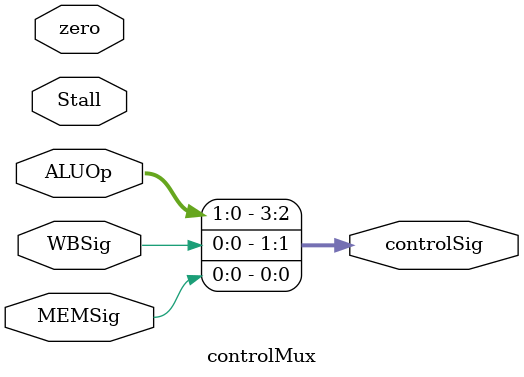
<source format=v>
module controlMux(
	input [1:0] ALUOp,
	input WBSig, MEMSig,
	input zero,
    	input Stall,
	//output reg WBSig, MEMSig,
    	//output reg [1:0] EXSig
	output reg [3:0] controlSig
);


//assign controlSig = {ALUOp, 1'b1, 1'b1};

always@(*) begin
   	if (Stall) begin
		controlSig = {ALUOp, WBSig, MEMSig};
	end
    	else begin
		controlSig = {ALUOp, WBSig, MEMSig};
	
        
	
	end
end

endmodule

</source>
